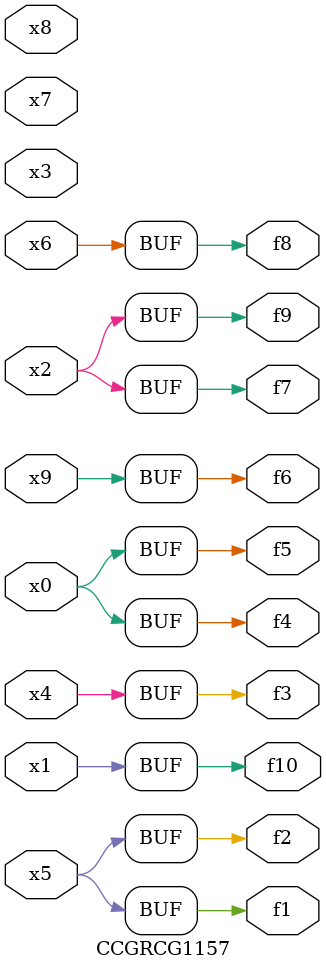
<source format=v>
module CCGRCG1157(
	input x0, x1, x2, x3, x4, x5, x6, x7, x8, x9,
	output f1, f2, f3, f4, f5, f6, f7, f8, f9, f10
);
	assign f1 = x5;
	assign f2 = x5;
	assign f3 = x4;
	assign f4 = x0;
	assign f5 = x0;
	assign f6 = x9;
	assign f7 = x2;
	assign f8 = x6;
	assign f9 = x2;
	assign f10 = x1;
endmodule

</source>
